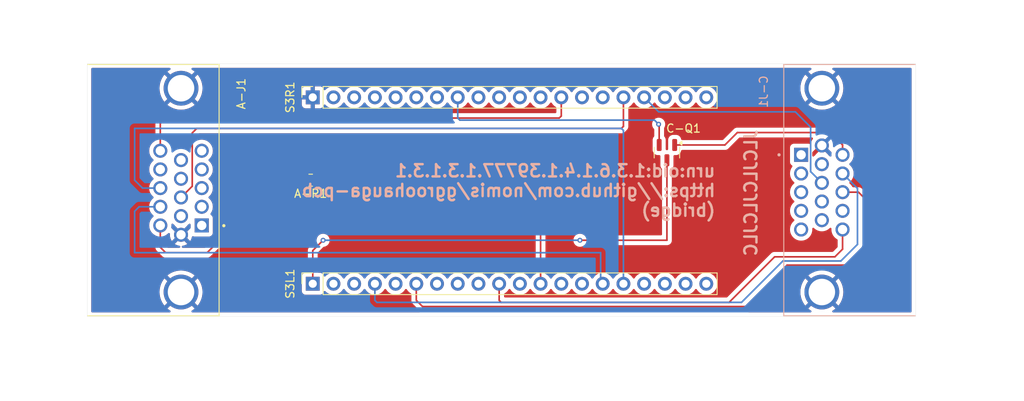
<source format=kicad_pcb>
(kicad_pcb (version 20240108) (generator "pcbnew") (generator_version "8.0")
  (layers (0 "F.Cu" signal) (31 "B.Cu" signal) (34 "B.Paste" user) (35 "F.Paste" user) (36 "B.SilkS" user "B.Silkscreen") (37 "F.SilkS" user "F.Silkscreen") (38 "B.Mask" user) (39 "F.Mask" user) (44 "Edge.Cuts" user))
  (net 0 "")
  (net 3 "/GPIO_L14_C48_M33{slash}AMP_DETECT")
  (net 4 "/GPIO_L48_C35_M36{slash}CON_ANNOUNCE")
  (net 5 "/AMP_POWER_IN")
  (net 6 "/GPIO_L10_C10_M14{slash}AMP_RX")
  (net 7 "/GPIO_L9_C9_M13{slash}AMP_TX")
  (net 10 "GND")
  (net 16 "/GPIO_L8_C8_M10{slash}AMP_POWER_IN")
  (net 17 "/GPIO_L6_C6_M4{slash}CON_TX")
  (net 18 "/GPIO_L4_C4_M2{slash}CON_RX")
  (net 19 "/GPIO_L13_C47_M26{slash}AMP_ANNOUNCE")
  (net 20 "/GPIO_L17_C17_M8{slash}CON_DETECT")
  (net 21 "+3.3V")
  (net 22 "/GPIO_L40_C40_M41{slash}CON_POWER_OUT")
  (net 50 "unconnected-(C-J1-Pad9)")
  (net 55 "/CON_POWER_OUT")
  (footprint "Connector_PinSocket_2.54mm:PinSocket_1x20_P2.54mm_Vertical" (layer "F.Cu") (at 81.534 54.61 90)
    (property "Reference" "S3R1" (at 0 -2.77 90) (layer "F.SilkS"))
    (property "Value" "Conn_01x20_Socket")
    (fp_line (start 1.33 -1.33) (end 1.33 0) (stroke (width 0.12)) (layer "F.SilkS"))
    (fp_line (start 0 -1.33) (end 1.33 -1.33) (stroke (width 0.12)) (layer "F.SilkS"))
    (fp_line (start 1.33 1.27) (end 1.33 49.59) (stroke (width 0.12)) (layer "F.SilkS"))
    (fp_line (start -1.33 1.27) (end 1.33 1.27) (stroke (width 0.12)) (layer "F.SilkS"))
    (fp_line (start -1.33 1.27) (end -1.33 49.59) (stroke (width 0.12)) (layer "F.SilkS"))
    (fp_line (start -1.33 49.59) (end 1.33 49.59) (stroke (width 0.12)) (layer "F.SilkS"))
    (pad "1" thru_hole rect (at 0 0 90) (size 1.7 1.7) (drill 1) (layers "*.Cu" "*.Mask" "In1.Cu" "In2.Cu" "In3.Cu" "In4.Cu" "In5.Cu" "In6.Cu" "In7.Cu" "In8.Cu" "In9.Cu" "In10.Cu" "In11.Cu" "In12.Cu" "In13.Cu" "In14.Cu" "In15.Cu" "In16.Cu" "In17.Cu" "In18.Cu" "In19.Cu" "In20.Cu" "In21.Cu" "In22.Cu" "In23.Cu" "In24.Cu" "In25.Cu" "In26.Cu" "In27.Cu" "In28.Cu" "In29.Cu" "In30.Cu") (net 10 "GND"))
    (pad "2" thru_hole oval (at 0 2.54 90) (size 1.7 1.7) (drill 1) (layers "*.Cu" "*.Mask" "In1.Cu" "In2.Cu" "In3.Cu" "In4.Cu" "In5.Cu" "In6.Cu" "In7.Cu" "In8.Cu" "In9.Cu" "In10.Cu" "In11.Cu" "In12.Cu" "In13.Cu" "In14.Cu" "In15.Cu" "In16.Cu" "In17.Cu" "In18.Cu" "In19.Cu" "In20.Cu" "In21.Cu" "In22.Cu" "In23.Cu" "In24.Cu" "In25.Cu" "In26.Cu" "In27.Cu" "In28.Cu" "In29.Cu" "In30.Cu"))
    (pad "3" thru_hole oval (at 0 5.08 90) (size 1.7 1.7) (drill 1) (layers "*.Cu" "*.Mask" "In1.Cu" "In2.Cu" "In3.Cu" "In4.Cu" "In5.Cu" "In6.Cu" "In7.Cu" "In8.Cu" "In9.Cu" "In10.Cu" "In11.Cu" "In12.Cu" "In13.Cu" "In14.Cu" "In15.Cu" "In16.Cu" "In17.Cu" "In18.Cu" "In19.Cu" "In20.Cu" "In21.Cu" "In22.Cu" "In23.Cu" "In24.Cu" "In25.Cu" "In26.Cu" "In27.Cu" "In28.Cu" "In29.Cu" "In30.Cu"))
    (pad "4" thru_hole oval (at 0 7.62 90) (size 1.7 1.7) (drill 1) (layers "*.Cu" "*.Mask" "In1.Cu" "In2.Cu" "In3.Cu" "In4.Cu" "In5.Cu" "In6.Cu" "In7.Cu" "In8.Cu" "In9.Cu" "In10.Cu" "In11.Cu" "In12.Cu" "In13.Cu" "In14.Cu" "In15.Cu" "In16.Cu" "In17.Cu" "In18.Cu" "In19.Cu" "In20.Cu" "In21.Cu" "In22.Cu" "In23.Cu" "In24.Cu" "In25.Cu" "In26.Cu" "In27.Cu" "In28.Cu" "In29.Cu" "In30.Cu"))
    (pad "5" thru_hole oval (at 0 10.16 90) (size 1.7 1.7) (drill 1) (layers "*.Cu" "*.Mask" "In1.Cu" "In2.Cu" "In3.Cu" "In4.Cu" "In5.Cu" "In6.Cu" "In7.Cu" "In8.Cu" "In9.Cu" "In10.Cu" "In11.Cu" "In12.Cu" "In13.Cu" "In14.Cu" "In15.Cu" "In16.Cu" "In17.Cu" "In18.Cu" "In19.Cu" "In20.Cu" "In21.Cu" "In22.Cu" "In23.Cu" "In24.Cu" "In25.Cu" "In26.Cu" "In27.Cu" "In28.Cu" "In29.Cu" "In30.Cu"))
    (pad "6" thru_hole oval (at 0 12.7 90) (size 1.7 1.7) (drill 1) (layers "*.Cu" "*.Mask" "In1.Cu" "In2.Cu" "In3.Cu" "In4.Cu" "In5.Cu" "In6.Cu" "In7.Cu" "In8.Cu" "In9.Cu" "In10.Cu" "In11.Cu" "In12.Cu" "In13.Cu" "In14.Cu" "In15.Cu" "In16.Cu" "In17.Cu" "In18.Cu" "In19.Cu" "In20.Cu" "In21.Cu" "In22.Cu" "In23.Cu" "In24.Cu" "In25.Cu" "In26.Cu" "In27.Cu" "In28.Cu" "In29.Cu" "In30.Cu"))
    (pad "7" thru_hole oval (at 0 15.24 90) (size 1.7 1.7) (drill 1) (layers "*.Cu" "*.Mask" "In1.Cu" "In2.Cu" "In3.Cu" "In4.Cu" "In5.Cu" "In6.Cu" "In7.Cu" "In8.Cu" "In9.Cu" "In10.Cu" "In11.Cu" "In12.Cu" "In13.Cu" "In14.Cu" "In15.Cu" "In16.Cu" "In17.Cu" "In18.Cu" "In19.Cu" "In20.Cu" "In21.Cu" "In22.Cu" "In23.Cu" "In24.Cu" "In25.Cu" "In26.Cu" "In27.Cu" "In28.Cu" "In29.Cu" "In30.Cu"))
    (pad "8" thru_hole oval (at 0 17.78 90) (size 1.7 1.7) (drill 1) (layers "*.Cu" "*.Mask" "In1.Cu" "In2.Cu" "In3.Cu" "In4.Cu" "In5.Cu" "In6.Cu" "In7.Cu" "In8.Cu" "In9.Cu" "In10.Cu" "In11.Cu" "In12.Cu" "In13.Cu" "In14.Cu" "In15.Cu" "In16.Cu" "In17.Cu" "In18.Cu" "In19.Cu" "In20.Cu" "In21.Cu" "In22.Cu" "In23.Cu" "In24.Cu" "In25.Cu" "In26.Cu" "In27.Cu" "In28.Cu" "In29.Cu" "In30.Cu") (net 22 "/GPIO_L40_C40_M41{slash}CON_POWER_OUT"))
    (pad "9" thru_hole oval (at 0 20.32 90) (size 1.7 1.7) (drill 1) (layers "*.Cu" "*.Mask" "In1.Cu" "In2.Cu" "In3.Cu" "In4.Cu" "In5.Cu" "In6.Cu" "In7.Cu" "In8.Cu" "In9.Cu" "In10.Cu" "In11.Cu" "In12.Cu" "In13.Cu" "In14.Cu" "In15.Cu" "In16.Cu" "In17.Cu" "In18.Cu" "In19.Cu" "In20.Cu" "In21.Cu" "In22.Cu" "In23.Cu" "In24.Cu" "In25.Cu" "In26.Cu" "In27.Cu" "In28.Cu" "In29.Cu" "In30.Cu"))
    (pad "10" thru_hole oval (at 0 22.86 90) (size 1.7 1.7) (drill 1) (layers "*.Cu" "*.Mask" "In1.Cu" "In2.Cu" "In3.Cu" "In4.Cu" "In5.Cu" "In6.Cu" "In7.Cu" "In8.Cu" "In9.Cu" "In10.Cu" "In11.Cu" "In12.Cu" "In13.Cu" "In14.Cu" "In15.Cu" "In16.Cu" "In17.Cu" "In18.Cu" "In19.Cu" "In20.Cu" "In21.Cu" "In22.Cu" "In23.Cu" "In24.Cu" "In25.Cu" "In26.Cu" "In27.Cu" "In28.Cu" "In29.Cu" "In30.Cu"))
    (pad "11" thru_hole oval (at 0 25.4 90) (size 1.7 1.7) (drill 1) (layers "*.Cu" "*.Mask" "In1.Cu" "In2.Cu" "In3.Cu" "In4.Cu" "In5.Cu" "In6.Cu" "In7.Cu" "In8.Cu" "In9.Cu" "In10.Cu" "In11.Cu" "In12.Cu" "In13.Cu" "In14.Cu" "In15.Cu" "In16.Cu" "In17.Cu" "In18.Cu" "In19.Cu" "In20.Cu" "In21.Cu" "In22.Cu" "In23.Cu" "In24.Cu" "In25.Cu" "In26.Cu" "In27.Cu" "In28.Cu" "In29.Cu" "In30.Cu"))
    (pad "12" thru_hole oval (at 0 27.94 90) (size 1.7 1.7) (drill 1) (layers "*.Cu" "*.Mask" "In1.Cu" "In2.Cu" "In3.Cu" "In4.Cu" "In5.Cu" "In6.Cu" "In7.Cu" "In8.Cu" "In9.Cu" "In10.Cu" "In11.Cu" "In12.Cu" "In13.Cu" "In14.Cu" "In15.Cu" "In16.Cu" "In17.Cu" "In18.Cu" "In19.Cu" "In20.Cu" "In21.Cu" "In22.Cu" "In23.Cu" "In24.Cu" "In25.Cu" "In26.Cu" "In27.Cu" "In28.Cu" "In29.Cu" "In30.Cu"))
    (pad "13" thru_hole oval (at 0 30.48 90) (size 1.7 1.7) (drill 1) (layers "*.Cu" "*.Mask" "In1.Cu" "In2.Cu" "In3.Cu" "In4.Cu" "In5.Cu" "In6.Cu" "In7.Cu" "In8.Cu" "In9.Cu" "In10.Cu" "In11.Cu" "In12.Cu" "In13.Cu" "In14.Cu" "In15.Cu" "In16.Cu" "In17.Cu" "In18.Cu" "In19.Cu" "In20.Cu" "In21.Cu" "In22.Cu" "In23.Cu" "In24.Cu" "In25.Cu" "In26.Cu" "In27.Cu" "In28.Cu" "In29.Cu" "In30.Cu") (net 4 "/GPIO_L48_C35_M36{slash}CON_ANNOUNCE"))
    (pad "14" thru_hole oval (at 0 33.02 90) (size 1.7 1.7) (drill 1) (layers "*.Cu" "*.Mask" "In1.Cu" "In2.Cu" "In3.Cu" "In4.Cu" "In5.Cu" "In6.Cu" "In7.Cu" "In8.Cu" "In9.Cu" "In10.Cu" "In11.Cu" "In12.Cu" "In13.Cu" "In14.Cu" "In15.Cu" "In16.Cu" "In17.Cu" "In18.Cu" "In19.Cu" "In20.Cu" "In21.Cu" "In22.Cu" "In23.Cu" "In24.Cu" "In25.Cu" "In26.Cu" "In27.Cu" "In28.Cu" "In29.Cu" "In30.Cu"))
    (pad "15" thru_hole oval (at 0 35.56 90) (size 1.7 1.7) (drill 1) (layers "*.Cu" "*.Mask" "In1.Cu" "In2.Cu" "In3.Cu" "In4.Cu" "In5.Cu" "In6.Cu" "In7.Cu" "In8.Cu" "In9.Cu" "In10.Cu" "In11.Cu" "In12.Cu" "In13.Cu" "In14.Cu" "In15.Cu" "In16.Cu" "In17.Cu" "In18.Cu" "In19.Cu" "In20.Cu" "In21.Cu" "In22.Cu" "In23.Cu" "In24.Cu" "In25.Cu" "In26.Cu" "In27.Cu" "In28.Cu" "In29.Cu" "In30.Cu"))
    (pad "16" thru_hole oval (at 0 38.1 90) (size 1.7 1.7) (drill 1) (layers "*.Cu" "*.Mask" "In1.Cu" "In2.Cu" "In3.Cu" "In4.Cu" "In5.Cu" "In6.Cu" "In7.Cu" "In8.Cu" "In9.Cu" "In10.Cu" "In11.Cu" "In12.Cu" "In13.Cu" "In14.Cu" "In15.Cu" "In16.Cu" "In17.Cu" "In18.Cu" "In19.Cu" "In20.Cu" "In21.Cu" "In22.Cu" "In23.Cu" "In24.Cu" "In25.Cu" "In26.Cu" "In27.Cu" "In28.Cu" "In29.Cu" "In30.Cu") (net 3 "/GPIO_L14_C48_M33{slash}AMP_DETECT"))
    (pad "17" thru_hole oval (at 0 40.64 90) (size 1.7 1.7) (drill 1) (layers "*.Cu" "*.Mask" "In1.Cu" "In2.Cu" "In3.Cu" "In4.Cu" "In5.Cu" "In6.Cu" "In7.Cu" "In8.Cu" "In9.Cu" "In10.Cu" "In11.Cu" "In12.Cu" "In13.Cu" "In14.Cu" "In15.Cu" "In16.Cu" "In17.Cu" "In18.Cu" "In19.Cu" "In20.Cu" "In21.Cu" "In22.Cu" "In23.Cu" "In24.Cu" "In25.Cu" "In26.Cu" "In27.Cu" "In28.Cu" "In29.Cu" "In30.Cu") (net 19 "/GPIO_L13_C47_M26{slash}AMP_ANNOUNCE"))
    (pad "18" thru_hole oval (at 0 43.18 90) (size 1.7 1.7) (drill 1) (layers "*.Cu" "*.Mask" "In1.Cu" "In2.Cu" "In3.Cu" "In4.Cu" "In5.Cu" "In6.Cu" "In7.Cu" "In8.Cu" "In9.Cu" "In10.Cu" "In11.Cu" "In12.Cu" "In13.Cu" "In14.Cu" "In15.Cu" "In16.Cu" "In17.Cu" "In18.Cu" "In19.Cu" "In20.Cu" "In21.Cu" "In22.Cu" "In23.Cu" "In24.Cu" "In25.Cu" "In26.Cu" "In27.Cu" "In28.Cu" "In29.Cu" "In30.Cu"))
    (pad "19" thru_hole oval (at 0 45.72 90) (size 1.7 1.7) (drill 1) (layers "*.Cu" "*.Mask" "In1.Cu" "In2.Cu" "In3.Cu" "In4.Cu" "In5.Cu" "In6.Cu" "In7.Cu" "In8.Cu" "In9.Cu" "In10.Cu" "In11.Cu" "In12.Cu" "In13.Cu" "In14.Cu" "In15.Cu" "In16.Cu" "In17.Cu" "In18.Cu" "In19.Cu" "In20.Cu" "In21.Cu" "In22.Cu" "In23.Cu" "In24.Cu" "In25.Cu" "In26.Cu" "In27.Cu" "In28.Cu" "In29.Cu" "In30.Cu"))
    (pad "20" thru_hole oval (at 0 48.26 90) (size 1.7 1.7) (drill 1) (layers "*.Cu" "*.Mask" "In1.Cu" "In2.Cu" "In3.Cu" "In4.Cu" "In5.Cu" "In6.Cu" "In7.Cu" "In8.Cu" "In9.Cu" "In10.Cu" "In11.Cu" "In12.Cu" "In13.Cu" "In14.Cu" "In15.Cu" "In16.Cu" "In17.Cu" "In18.Cu" "In19.Cu" "In20.Cu" "In21.Cu" "In22.Cu" "In23.Cu" "In24.Cu" "In25.Cu" "In26.Cu" "In27.Cu" "In28.Cu" "In29.Cu" "In30.Cu"))
  )
  (footprint "Package_TO_SOT_SMD:SOT-23" (layer "F.Cu") (at 124.968 61.3895 -90)
    (property "Reference" "C-Q1" (at -2.9695 -2.032 180) (layer "F.SilkS"))
    (property "Value" "DMP2004K")
    (fp_line (start 0 1.56) (end -0.65 1.56) (stroke (width 0.12)) (layer "F.SilkS"))
    (fp_line (start 0 1.56) (end 0.65 1.56) (stroke (width 0.12)) (layer "F.SilkS"))
    (fp_line (start 0 -1.56) (end -0.65 -1.56) (stroke (width 0.12)) (layer "F.SilkS"))
    (fp_line (start 0 -1.56) (end 0.65 -1.56) (stroke (width 0.12)) (layer "F.SilkS"))
    (fp_poly (pts (xy -1.1625 -1.51) (xy -1.4025 -1.84) (xy -0.9225 -1.84) (xy -1.1625 -1.51)) (stroke (width 0.12)) (fill solid) (layer "F.SilkS"))
    (pad "1" smd roundrect (at -0.9375 -0.95 270) (size 1.475 0.6) (layers "F.Cu" "F.Paste" "F.Mask") (net 55 "/CON_POWER_OUT"))
    (pad "2" smd roundrect (at -0.9375 0.95 270) (size 1.475 0.6) (layers "F.Cu" "F.Paste" "F.Mask") (net 22 "/GPIO_L40_C40_M41{slash}CON_POWER_OUT"))
    (pad "3" smd roundrect (at 0.9375 0 270) (size 1.475 0.6) (layers "F.Cu" "F.Paste" "F.Mask") (net 21 "+3.3V"))
  )
  (footprint "Connector_PinSocket_2.54mm:PinSocket_1x20_P2.54mm_Vertical" (layer "F.Cu") (at 81.534 77.47 90)
    (property "Reference" "S3L1" (at 0 -2.77 90) (layer "F.SilkS"))
    (property "Value" "Conn_01x20_Socket")
    (fp_line (start 1.33 -1.33) (end 1.33 0) (stroke (width 0.12)) (layer "F.SilkS"))
    (fp_line (start 0 -1.33) (end 1.33 -1.33) (stroke (width 0.12)) (layer "F.SilkS"))
    (fp_line (start 1.33 1.27) (end 1.33 49.59) (stroke (width 0.12)) (layer "F.SilkS"))
    (fp_line (start -1.33 1.27) (end 1.33 1.27) (stroke (width 0.12)) (layer "F.SilkS"))
    (fp_line (start -1.33 1.27) (end -1.33 49.59) (stroke (width 0.12)) (layer "F.SilkS"))
    (fp_line (start -1.33 49.59) (end 1.33 49.59) (stroke (width 0.12)) (layer "F.SilkS"))
    (pad "1" thru_hole rect (at 0 0 90) (size 1.7 1.7) (drill 1) (layers "*.Cu" "*.Mask" "In1.Cu" "In2.Cu" "In3.Cu" "In4.Cu" "In5.Cu" "In6.Cu" "In7.Cu" "In8.Cu" "In9.Cu" "In10.Cu" "In11.Cu" "In12.Cu" "In13.Cu" "In14.Cu" "In15.Cu" "In16.Cu" "In17.Cu" "In18.Cu" "In19.Cu" "In20.Cu" "In21.Cu" "In22.Cu" "In23.Cu" "In24.Cu" "In25.Cu" "In26.Cu" "In27.Cu" "In28.Cu" "In29.Cu" "In30.Cu") (net 21 "+3.3V"))
    (pad "2" thru_hole oval (at 0 2.54 90) (size 1.7 1.7) (drill 1) (layers "*.Cu" "*.Mask" "In1.Cu" "In2.Cu" "In3.Cu" "In4.Cu" "In5.Cu" "In6.Cu" "In7.Cu" "In8.Cu" "In9.Cu" "In10.Cu" "In11.Cu" "In12.Cu" "In13.Cu" "In14.Cu" "In15.Cu" "In16.Cu" "In17.Cu" "In18.Cu" "In19.Cu" "In20.Cu" "In21.Cu" "In22.Cu" "In23.Cu" "In24.Cu" "In25.Cu" "In26.Cu" "In27.Cu" "In28.Cu" "In29.Cu" "In30.Cu"))
    (pad "3" thru_hole oval (at 0 5.08 90) (size 1.7 1.7) (drill 1) (layers "*.Cu" "*.Mask" "In1.Cu" "In2.Cu" "In3.Cu" "In4.Cu" "In5.Cu" "In6.Cu" "In7.Cu" "In8.Cu" "In9.Cu" "In10.Cu" "In11.Cu" "In12.Cu" "In13.Cu" "In14.Cu" "In15.Cu" "In16.Cu" "In17.Cu" "In18.Cu" "In19.Cu" "In20.Cu" "In21.Cu" "In22.Cu" "In23.Cu" "In24.Cu" "In25.Cu" "In26.Cu" "In27.Cu" "In28.Cu" "In29.Cu" "In30.Cu"))
    (pad "4" thru_hole oval (at 0 7.62 90) (size 1.7 1.7) (drill 1) (layers "*.Cu" "*.Mask" "In1.Cu" "In2.Cu" "In3.Cu" "In4.Cu" "In5.Cu" "In6.Cu" "In7.Cu" "In8.Cu" "In9.Cu" "In10.Cu" "In11.Cu" "In12.Cu" "In13.Cu" "In14.Cu" "In15.Cu" "In16.Cu" "In17.Cu" "In18.Cu" "In19.Cu" "In20.Cu" "In21.Cu" "In22.Cu" "In23.Cu" "In24.Cu" "In25.Cu" "In26.Cu" "In27.Cu" "In28.Cu" "In29.Cu" "In30.Cu") (net 18 "/GPIO_L4_C4_M2{slash}CON_RX"))
    (pad "5" thru_hole oval (at 0 10.16 90) (size 1.7 1.7) (drill 1) (layers "*.Cu" "*.Mask" "In1.Cu" "In2.Cu" "In3.Cu" "In4.Cu" "In5.Cu" "In6.Cu" "In7.Cu" "In8.Cu" "In9.Cu" "In10.Cu" "In11.Cu" "In12.Cu" "In13.Cu" "In14.Cu" "In15.Cu" "In16.Cu" "In17.Cu" "In18.Cu" "In19.Cu" "In20.Cu" "In21.Cu" "In22.Cu" "In23.Cu" "In24.Cu" "In25.Cu" "In26.Cu" "In27.Cu" "In28.Cu" "In29.Cu" "In30.Cu"))
    (pad "6" thru_hole oval (at 0 12.7 90) (size 1.7 1.7) (drill 1) (layers "*.Cu" "*.Mask" "In1.Cu" "In2.Cu" "In3.Cu" "In4.Cu" "In5.Cu" "In6.Cu" "In7.Cu" "In8.Cu" "In9.Cu" "In10.Cu" "In11.Cu" "In12.Cu" "In13.Cu" "In14.Cu" "In15.Cu" "In16.Cu" "In17.Cu" "In18.Cu" "In19.Cu" "In20.Cu" "In21.Cu" "In22.Cu" "In23.Cu" "In24.Cu" "In25.Cu" "In26.Cu" "In27.Cu" "In28.Cu" "In29.Cu" "In30.Cu") (net 17 "/GPIO_L6_C6_M4{slash}CON_TX"))
    (pad "7" thru_hole oval (at 0 15.24 90) (size 1.7 1.7) (drill 1) (layers "*.Cu" "*.Mask" "In1.Cu" "In2.Cu" "In3.Cu" "In4.Cu" "In5.Cu" "In6.Cu" "In7.Cu" "In8.Cu" "In9.Cu" "In10.Cu" "In11.Cu" "In12.Cu" "In13.Cu" "In14.Cu" "In15.Cu" "In16.Cu" "In17.Cu" "In18.Cu" "In19.Cu" "In20.Cu" "In21.Cu" "In22.Cu" "In23.Cu" "In24.Cu" "In25.Cu" "In26.Cu" "In27.Cu" "In28.Cu" "In29.Cu" "In30.Cu"))
    (pad "8" thru_hole oval (at 0 17.78 90) (size 1.7 1.7) (drill 1) (layers "*.Cu" "*.Mask" "In1.Cu" "In2.Cu" "In3.Cu" "In4.Cu" "In5.Cu" "In6.Cu" "In7.Cu" "In8.Cu" "In9.Cu" "In10.Cu" "In11.Cu" "In12.Cu" "In13.Cu" "In14.Cu" "In15.Cu" "In16.Cu" "In17.Cu" "In18.Cu" "In19.Cu" "In20.Cu" "In21.Cu" "In22.Cu" "In23.Cu" "In24.Cu" "In25.Cu" "In26.Cu" "In27.Cu" "In28.Cu" "In29.Cu" "In30.Cu"))
    (pad "9" thru_hole oval (at 0 20.32 90) (size 1.7 1.7) (drill 1) (layers "*.Cu" "*.Mask" "In1.Cu" "In2.Cu" "In3.Cu" "In4.Cu" "In5.Cu" "In6.Cu" "In7.Cu" "In8.Cu" "In9.Cu" "In10.Cu" "In11.Cu" "In12.Cu" "In13.Cu" "In14.Cu" "In15.Cu" "In16.Cu" "In17.Cu" "In18.Cu" "In19.Cu" "In20.Cu" "In21.Cu" "In22.Cu" "In23.Cu" "In24.Cu" "In25.Cu" "In26.Cu" "In27.Cu" "In28.Cu" "In29.Cu" "In30.Cu"))
    (pad "10" thru_hole oval (at 0 22.86 90) (size 1.7 1.7) (drill 1) (layers "*.Cu" "*.Mask" "In1.Cu" "In2.Cu" "In3.Cu" "In4.Cu" "In5.Cu" "In6.Cu" "In7.Cu" "In8.Cu" "In9.Cu" "In10.Cu" "In11.Cu" "In12.Cu" "In13.Cu" "In14.Cu" "In15.Cu" "In16.Cu" "In17.Cu" "In18.Cu" "In19.Cu" "In20.Cu" "In21.Cu" "In22.Cu" "In23.Cu" "In24.Cu" "In25.Cu" "In26.Cu" "In27.Cu" "In28.Cu" "In29.Cu" "In30.Cu") (net 20 "/GPIO_L17_C17_M8{slash}CON_DETECT"))
    (pad "11" thru_hole oval (at 0 25.4 90) (size 1.7 1.7) (drill 1) (layers "*.Cu" "*.Mask" "In1.Cu" "In2.Cu" "In3.Cu" "In4.Cu" "In5.Cu" "In6.Cu" "In7.Cu" "In8.Cu" "In9.Cu" "In10.Cu" "In11.Cu" "In12.Cu" "In13.Cu" "In14.Cu" "In15.Cu" "In16.Cu" "In17.Cu" "In18.Cu" "In19.Cu" "In20.Cu" "In21.Cu" "In22.Cu" "In23.Cu" "In24.Cu" "In25.Cu" "In26.Cu" "In27.Cu" "In28.Cu" "In29.Cu" "In30.Cu"))
    (pad "12" thru_hole oval (at 0 27.94 90) (size 1.7 1.7) (drill 1) (layers "*.Cu" "*.Mask" "In1.Cu" "In2.Cu" "In3.Cu" "In4.Cu" "In5.Cu" "In6.Cu" "In7.Cu" "In8.Cu" "In9.Cu" "In10.Cu" "In11.Cu" "In12.Cu" "In13.Cu" "In14.Cu" "In15.Cu" "In16.Cu" "In17.Cu" "In18.Cu" "In19.Cu" "In20.Cu" "In21.Cu" "In22.Cu" "In23.Cu" "In24.Cu" "In25.Cu" "In26.Cu" "In27.Cu" "In28.Cu" "In29.Cu" "In30.Cu") (net 16 "/GPIO_L8_C8_M10{slash}AMP_POWER_IN"))
    (pad "13" thru_hole oval (at 0 30.48 90) (size 1.7 1.7) (drill 1) (layers "*.Cu" "*.Mask" "In1.Cu" "In2.Cu" "In3.Cu" "In4.Cu" "In5.Cu" "In6.Cu" "In7.Cu" "In8.Cu" "In9.Cu" "In10.Cu" "In11.Cu" "In12.Cu" "In13.Cu" "In14.Cu" "In15.Cu" "In16.Cu" "In17.Cu" "In18.Cu" "In19.Cu" "In20.Cu" "In21.Cu" "In22.Cu" "In23.Cu" "In24.Cu" "In25.Cu" "In26.Cu" "In27.Cu" "In28.Cu" "In29.Cu" "In30.Cu"))
    (pad "14" thru_hole oval (at 0 33.02 90) (size 1.7 1.7) (drill 1) (layers "*.Cu" "*.Mask" "In1.Cu" "In2.Cu" "In3.Cu" "In4.Cu" "In5.Cu" "In6.Cu" "In7.Cu" "In8.Cu" "In9.Cu" "In10.Cu" "In11.Cu" "In12.Cu" "In13.Cu" "In14.Cu" "In15.Cu" "In16.Cu" "In17.Cu" "In18.Cu" "In19.Cu" "In20.Cu" "In21.Cu" "In22.Cu" "In23.Cu" "In24.Cu" "In25.Cu" "In26.Cu" "In27.Cu" "In28.Cu" "In29.Cu" "In30.Cu"))
    (pad "15" thru_hole oval (at 0 35.56 90) (size 1.7 1.7) (drill 1) (layers "*.Cu" "*.Mask" "In1.Cu" "In2.Cu" "In3.Cu" "In4.Cu" "In5.Cu" "In6.Cu" "In7.Cu" "In8.Cu" "In9.Cu" "In10.Cu" "In11.Cu" "In12.Cu" "In13.Cu" "In14.Cu" "In15.Cu" "In16.Cu" "In17.Cu" "In18.Cu" "In19.Cu" "In20.Cu" "In21.Cu" "In22.Cu" "In23.Cu" "In24.Cu" "In25.Cu" "In26.Cu" "In27.Cu" "In28.Cu" "In29.Cu" "In30.Cu") (net 7 "/GPIO_L9_C9_M13{slash}AMP_TX"))
    (pad "16" thru_hole oval (at 0 38.1 90) (size 1.7 1.7) (drill 1) (layers "*.Cu" "*.Mask" "In1.Cu" "In2.Cu" "In3.Cu" "In4.Cu" "In5.Cu" "In6.Cu" "In7.Cu" "In8.Cu" "In9.Cu" "In10.Cu" "In11.Cu" "In12.Cu" "In13.Cu" "In14.Cu" "In15.Cu" "In16.Cu" "In17.Cu" "In18.Cu" "In19.Cu" "In20.Cu" "In21.Cu" "In22.Cu" "In23.Cu" "In24.Cu" "In25.Cu" "In26.Cu" "In27.Cu" "In28.Cu" "In29.Cu" "In30.Cu") (net 6 "/GPIO_L10_C10_M14{slash}AMP_RX"))
    (pad "17" thru_hole oval (at 0 40.64 90) (size 1.7 1.7) (drill 1) (layers "*.Cu" "*.Mask" "In1.Cu" "In2.Cu" "In3.Cu" "In4.Cu" "In5.Cu" "In6.Cu" "In7.Cu" "In8.Cu" "In9.Cu" "In10.Cu" "In11.Cu" "In12.Cu" "In13.Cu" "In14.Cu" "In15.Cu" "In16.Cu" "In17.Cu" "In18.Cu" "In19.Cu" "In20.Cu" "In21.Cu" "In22.Cu" "In23.Cu" "In24.Cu" "In25.Cu" "In26.Cu" "In27.Cu" "In28.Cu" "In29.Cu" "In30.Cu"))
    (pad "18" thru_hole oval (at 0 43.18 90) (size 1.7 1.7) (drill 1) (layers "*.Cu" "*.Mask" "In1.Cu" "In2.Cu" "In3.Cu" "In4.Cu" "In5.Cu" "In6.Cu" "In7.Cu" "In8.Cu" "In9.Cu" "In10.Cu" "In11.Cu" "In12.Cu" "In13.Cu" "In14.Cu" "In15.Cu" "In16.Cu" "In17.Cu" "In18.Cu" "In19.Cu" "In20.Cu" "In21.Cu" "In22.Cu" "In23.Cu" "In24.Cu" "In25.Cu" "In26.Cu" "In27.Cu" "In28.Cu" "In29.Cu" "In30.Cu"))
    (pad "19" thru_hole oval (at 0 45.72 90) (size 1.7 1.7) (drill 1) (layers "*.Cu" "*.Mask" "In1.Cu" "In2.Cu" "In3.Cu" "In4.Cu" "In5.Cu" "In6.Cu" "In7.Cu" "In8.Cu" "In9.Cu" "In10.Cu" "In11.Cu" "In12.Cu" "In13.Cu" "In14.Cu" "In15.Cu" "In16.Cu" "In17.Cu" "In18.Cu" "In19.Cu" "In20.Cu" "In21.Cu" "In22.Cu" "In23.Cu" "In24.Cu" "In25.Cu" "In26.Cu" "In27.Cu" "In28.Cu" "In29.Cu" "In30.Cu"))
    (pad "20" thru_hole oval (at 0 48.26 90) (size 1.7 1.7) (drill 1) (layers "*.Cu" "*.Mask" "In1.Cu" "In2.Cu" "In3.Cu" "In4.Cu" "In5.Cu" "In6.Cu" "In7.Cu" "In8.Cu" "In9.Cu" "In10.Cu" "In11.Cu" "In12.Cu" "In13.Cu" "In14.Cu" "In15.Cu" "In16.Cu" "In17.Cu" "In18.Cu" "In19.Cu" "In20.Cu" "In21.Cu" "In22.Cu" "In23.Cu" "In24.Cu" "In25.Cu" "In26.Cu" "In27.Cu" "In28.Cu" "In29.Cu" "In30.Cu"))
  )
  (footprint "Resistor_SMD:R_0805_2012Metric_Pad1.20x1.40mm_HandSolder" (layer "F.Cu") (at 81.28 64.77 180)
    (property "Reference" "A-R1" (at 0 -1.65 0) (layer "F.SilkS"))
    (property "Value" "1kΩ")
    (fp_line (start -0.227064 0.735) (end 0.227064 0.735) (stroke (width 0.12)) (layer "F.SilkS"))
    (fp_line (start -0.227064 -0.735) (end 0.227064 -0.735) (stroke (width 0.12)) (layer "F.SilkS"))
    (pad "1" smd roundrect (at -1 0 180) (size 1.2 1.4) (layers "F.Cu" "F.Paste" "F.Mask") (roundrect_rratio 0.208333) (net 16 "/GPIO_L8_C8_M10{slash}AMP_POWER_IN"))
    (pad "2" smd roundrect (at 1 0 180) (size 1.2 1.4) (layers "F.Cu" "F.Paste" "F.Mask") (roundrect_rratio 0.208333) (net 5 "/AMP_POWER_IN"))
  )
  (footprint "Amphenol:AMPHENOL_L77HDE15SD1CH4R" (layer "F.Cu") (at 65.3796 65.9892 -90)
    (property "Reference" "A-J1" (at -11.825 -7.385 90) (layer "F.SilkS"))
    (property "Value" "DE15_Receptacle_HighDensity_MountingHoles")
    (fp_line (start -15.405 11.43) (end -15.405 -4.67) (stroke (width 0.127)) (layer "F.SilkS"))
    (fp_line (start -15.405 -4.67) (end 15.405 -4.67) (stroke (width 0.127)) (layer "F.SilkS"))
    (fp_line (start 15.405 -4.67) (end 15.405 11.43) (stroke (width 0.127)) (layer "F.SilkS"))
    (fp_circle (center 4.36 -5.25) (end 4.46 -5.25) (stroke (width 0.2)) (fill none) (layer "F.SilkS"))
    (pad "1" thru_hole rect (at 4.33 -2.54 270) (size 1.725 1.725) (drill 1.15) (layers "*.Cu" "*.Mask" "In1.Cu" "In2.Cu" "In3.Cu" "In4.Cu" "In5.Cu" "In6.Cu" "In7.Cu" "In8.Cu" "In9.Cu" "In10.Cu" "In11.Cu" "In12.Cu" "In13.Cu" "In14.Cu" "In15.Cu" "In16.Cu" "In17.Cu" "In18.Cu" "In19.Cu" "In20.Cu" "In21.Cu" "In22.Cu" "In23.Cu" "In24.Cu" "In25.Cu" "In26.Cu" "In27.Cu" "In28.Cu" "In29.Cu" "In30.Cu"))
    (pad "2" thru_hole circle (at 2.04 -2.54 270) (size 1.725 1.725) (drill 1.15) (layers "*.Cu" "*.Mask" "In1.Cu" "In2.Cu" "In3.Cu" "In4.Cu" "In5.Cu" "In6.Cu" "In7.Cu" "In8.Cu" "In9.Cu" "In10.Cu" "In11.Cu" "In12.Cu" "In13.Cu" "In14.Cu" "In15.Cu" "In16.Cu" "In17.Cu" "In18.Cu" "In19.Cu" "In20.Cu" "In21.Cu" "In22.Cu" "In23.Cu" "In24.Cu" "In25.Cu" "In26.Cu" "In27.Cu" "In28.Cu" "In29.Cu" "In30.Cu"))
    (pad "3" thru_hole circle (at -0.25 -2.54 270) (size 1.725 1.725) (drill 1.15) (layers "*.Cu" "*.Mask" "In1.Cu" "In2.Cu" "In3.Cu" "In4.Cu" "In5.Cu" "In6.Cu" "In7.Cu" "In8.Cu" "In9.Cu" "In10.Cu" "In11.Cu" "In12.Cu" "In13.Cu" "In14.Cu" "In15.Cu" "In16.Cu" "In17.Cu" "In18.Cu" "In19.Cu" "In20.Cu" "In21.Cu" "In22.Cu" "In23.Cu" "In24.Cu" "In25.Cu" "In26.Cu" "In27.Cu" "In28.Cu" "In29.Cu" "In30.Cu"))
    (pad "4" thru_hole circle (at -2.54 -2.54 270) (size 1.725 1.725) (drill 1.15) (layers "*.Cu" "*.Mask" "In1.Cu" "In2.Cu" "In3.Cu" "In4.Cu" "In5.Cu" "In6.Cu" "In7.Cu" "In8.Cu" "In9.Cu" "In10.Cu" "In11.Cu" "In12.Cu" "In13.Cu" "In14.Cu" "In15.Cu" "In16.Cu" "In17.Cu" "In18.Cu" "In19.Cu" "In20.Cu" "In21.Cu" "In22.Cu" "In23.Cu" "In24.Cu" "In25.Cu" "In26.Cu" "In27.Cu" "In28.Cu" "In29.Cu" "In30.Cu"))
    (pad "5" thru_hole circle (at -4.83 -2.54 270) (size 1.725 1.725) (drill 1.15) (layers "*.Cu" "*.Mask" "In1.Cu" "In2.Cu" "In3.Cu" "In4.Cu" "In5.Cu" "In6.Cu" "In7.Cu" "In8.Cu" "In9.Cu" "In10.Cu" "In11.Cu" "In12.Cu" "In13.Cu" "In14.Cu" "In15.Cu" "In16.Cu" "In17.Cu" "In18.Cu" "In19.Cu" "In20.Cu" "In21.Cu" "In22.Cu" "In23.Cu" "In24.Cu" "In25.Cu" "In26.Cu" "In27.Cu" "In28.Cu" "In29.Cu" "In30.Cu"))
    (pad "6" thru_hole circle (at 5.475 0 270) (size 1.725 1.725) (drill 1.15) (layers "*.Cu" "*.Mask" "In1.Cu" "In2.Cu" "In3.Cu" "In4.Cu" "In5.Cu" "In6.Cu" "In7.Cu" "In8.Cu" "In9.Cu" "In10.Cu" "In11.Cu" "In12.Cu" "In13.Cu" "In14.Cu" "In15.Cu" "In16.Cu" "In17.Cu" "In18.Cu" "In19.Cu" "In20.Cu" "In21.Cu" "In22.Cu" "In23.Cu" "In24.Cu" "In25.Cu" "In26.Cu" "In27.Cu" "In28.Cu" "In29.Cu" "In30.Cu") (net 10 "GND"))
    (pad "7" thru_hole circle (at 3.185 0 270) (size 1.725 1.725) (drill 1.15) (layers "*.Cu" "*.Mask" "In1.Cu" "In2.Cu" "In3.Cu" "In4.Cu" "In5.Cu" "In6.Cu" "In7.Cu" "In8.Cu" "In9.Cu" "In10.Cu" "In11.Cu" "In12.Cu" "In13.Cu" "In14.Cu" "In15.Cu" "In16.Cu" "In17.Cu" "In18.Cu" "In19.Cu" "In20.Cu" "In21.Cu" "In22.Cu" "In23.Cu" "In24.Cu" "In25.Cu" "In26.Cu" "In27.Cu" "In28.Cu" "In29.Cu" "In30.Cu"))
    (pad "8" thru_hole circle (at 0.895 0 270) (size 1.725 1.725) (drill 1.15) (layers "*.Cu" "*.Mask" "In1.Cu" "In2.Cu" "In3.Cu" "In4.Cu" "In5.Cu" "In6.Cu" "In7.Cu" "In8.Cu" "In9.Cu" "In10.Cu" "In11.Cu" "In12.Cu" "In13.Cu" "In14.Cu" "In15.Cu" "In16.Cu" "In17.Cu" "In18.Cu" "In19.Cu" "In20.Cu" "In21.Cu" "In22.Cu" "In23.Cu" "In24.Cu" "In25.Cu" "In26.Cu" "In27.Cu" "In28.Cu" "In29.Cu" "In30.Cu") (net 3 "/GPIO_L14_C48_M33{slash}AMP_DETECT"))
    (pad "9" thru_hole circle (at -1.395 0 270) (size 1.725 1.725) (drill 1.15) (layers "*.Cu" "*.Mask" "In1.Cu" "In2.Cu" "In3.Cu" "In4.Cu" "In5.Cu" "In6.Cu" "In7.Cu" "In8.Cu" "In9.Cu" "In10.Cu" "In11.Cu" "In12.Cu" "In13.Cu" "In14.Cu" "In15.Cu" "In16.Cu" "In17.Cu" "In18.Cu" "In19.Cu" "In20.Cu" "In21.Cu" "In22.Cu" "In23.Cu" "In24.Cu" "In25.Cu" "In26.Cu" "In27.Cu" "In28.Cu" "In29.Cu" "In30.Cu"))
    (pad "10" thru_hole circle (at -3.685 0 270) (size 1.725 1.725) (drill 1.15) (layers "*.Cu" "*.Mask" "In1.Cu" "In2.Cu" "In3.Cu" "In4.Cu" "In5.Cu" "In6.Cu" "In7.Cu" "In8.Cu" "In9.Cu" "In10.Cu" "In11.Cu" "In12.Cu" "In13.Cu" "In14.Cu" "In15.Cu" "In16.Cu" "In17.Cu" "In18.Cu" "In19.Cu" "In20.Cu" "In21.Cu" "In22.Cu" "In23.Cu" "In24.Cu" "In25.Cu" "In26.Cu" "In27.Cu" "In28.Cu" "In29.Cu" "In30.Cu"))
    (pad "11" thru_hole circle (at 4.33 2.54 270) (size 1.725 1.725) (drill 1.15) (layers "*.Cu" "*.Mask" "In1.Cu" "In2.Cu" "In3.Cu" "In4.Cu" "In5.Cu" "In6.Cu" "In7.Cu" "In8.Cu" "In9.Cu" "In10.Cu" "In11.Cu" "In12.Cu" "In13.Cu" "In14.Cu" "In15.Cu" "In16.Cu" "In17.Cu" "In18.Cu" "In19.Cu" "In20.Cu" "In21.Cu" "In22.Cu" "In23.Cu" "In24.Cu" "In25.Cu" "In26.Cu" "In27.Cu" "In28.Cu" "In29.Cu" "In30.Cu") (net 5 "/AMP_POWER_IN"))
    (pad "12" thru_hole circle (at 2.04 2.54 270) (size 1.725 1.725) (drill 1.15) (layers "*.Cu" "*.Mask" "In1.Cu" "In2.Cu" "In3.Cu" "In4.Cu" "In5.Cu" "In6.Cu" "In7.Cu" "In8.Cu" "In9.Cu" "In10.Cu" "In11.Cu" "In12.Cu" "In13.Cu" "In14.Cu" "In15.Cu" "In16.Cu" "In17.Cu" "In18.Cu" "In19.Cu" "In20.Cu" "In21.Cu" "In22.Cu" "In23.Cu" "In24.Cu" "In25.Cu" "In26.Cu" "In27.Cu" "In28.Cu" "In29.Cu" "In30.Cu") (net 7 "/GPIO_L9_C9_M13{slash}AMP_TX"))
    (pad "13" thru_hole circle (at -0.25 2.54 270) (size 1.725 1.725) (drill 1.15) (layers "*.Cu" "*.Mask" "In1.Cu" "In2.Cu" "In3.Cu" "In4.Cu" "In5.Cu" "In6.Cu" "In7.Cu" "In8.Cu" "In9.Cu" "In10.Cu" "In11.Cu" "In12.Cu" "In13.Cu" "In14.Cu" "In15.Cu" "In16.Cu" "In17.Cu" "In18.Cu" "In19.Cu" "In20.Cu" "In21.Cu" "In22.Cu" "In23.Cu" "In24.Cu" "In25.Cu" "In26.Cu" "In27.Cu" "In28.Cu" "In29.Cu" "In30.Cu") (net 6 "/GPIO_L10_C10_M14{slash}AMP_RX"))
    (pad "14" thru_hole circle (at -2.54 2.54 270) (size 1.725 1.725) (drill 1.15) (layers "*.Cu" "*.Mask" "In1.Cu" "In2.Cu" "In3.Cu" "In4.Cu" "In5.Cu" "In6.Cu" "In7.Cu" "In8.Cu" "In9.Cu" "In10.Cu" "In11.Cu" "In12.Cu" "In13.Cu" "In14.Cu" "In15.Cu" "In16.Cu" "In17.Cu" "In18.Cu" "In19.Cu" "In20.Cu" "In21.Cu" "In22.Cu" "In23.Cu" "In24.Cu" "In25.Cu" "In26.Cu" "In27.Cu" "In28.Cu" "In29.Cu" "In30.Cu"))
    (pad "15" thru_hole circle (at -4.83 2.54 270) (size 1.725 1.725) (drill 1.15) (layers "*.Cu" "*.Mask" "In1.Cu" "In2.Cu" "In3.Cu" "In4.Cu" "In5.Cu" "In6.Cu" "In7.Cu" "In8.Cu" "In9.Cu" "In10.Cu" "In11.Cu" "In12.Cu" "In13.Cu" "In14.Cu" "In15.Cu" "In16.Cu" "In17.Cu" "In18.Cu" "In19.Cu" "In20.Cu" "In21.Cu" "In22.Cu" "In23.Cu" "In24.Cu" "In25.Cu" "In26.Cu" "In27.Cu" "In28.Cu" "In29.Cu" "In30.Cu") (net 4 "/GPIO_L48_C35_M36{slash}CON_ANNOUNCE"))
    (pad "S1" thru_hole circle (at -12.495 0 270) (size 4.266 4.266) (drill 3.25) (layers "*.Cu" "*.Mask" "In1.Cu" "In2.Cu" "In3.Cu" "In4.Cu" "In5.Cu" "In6.Cu" "In7.Cu" "In8.Cu" "In9.Cu" "In10.Cu" "In11.Cu" "In12.Cu" "In13.Cu" "In14.Cu" "In15.Cu" "In16.Cu" "In17.Cu" "In18.Cu" "In19.Cu" "In20.Cu" "In21.Cu" "In22.Cu" "In23.Cu" "In24.Cu" "In25.Cu" "In26.Cu" "In27.Cu" "In28.Cu" "In29.Cu" "In30.Cu") (net 10 "GND"))
    (pad "S2" thru_hole circle (at 12.495 0 270) (size 4.266 4.266) (drill 3.25) (layers "*.Cu" "*.Mask" "In1.Cu" "In2.Cu" "In3.Cu" "In4.Cu" "In5.Cu" "In6.Cu" "In7.Cu" "In8.Cu" "In9.Cu" "In10.Cu" "In11.Cu" "In12.Cu" "In13.Cu" "In14.Cu" "In15.Cu" "In16.Cu" "In17.Cu" "In18.Cu" "In19.Cu" "In20.Cu" "In21.Cu" "In22.Cu" "In23.Cu" "In24.Cu" "In25.Cu" "In26.Cu" "In27.Cu" "In28.Cu" "In29.Cu" "In30.Cu") (net 10 "GND"))
  )
  (footprint "Amphenol:AMPHENOL_L717HDE15PD1CH4F" (layer "B.Cu") (at 143.9672 65.9892 -90)
    (property "Reference" "C-J1" (at -12.075 7.135 90) (layer "B.SilkS") (effects (justify mirror)))
    (property "Value" "DE15_Plug_HighDensity_MountingHoles")
    (fp_line (start -15.405 4.67) (end -15.405 -11.43) (stroke (width 0.127)) (layer "B.SilkS"))
    (fp_line (start 15.405 4.67) (end -15.405 4.67) (stroke (width 0.127)) (layer "B.SilkS"))
    (fp_line (start 15.405 4.67) (end 15.405 -11.43) (stroke (width 0.127)) (layer "B.SilkS"))
    (fp_circle (center -4.33 5.25) (end -4.23 5.25) (stroke (width 0.2)) (fill none) (layer "B.SilkS"))
    (pad "1" thru_hole rect (at -4.33 2.54 270) (size 1.725 1.725) (drill 1.15) (layers "*.Cu" "*.Mask" "In1.Cu" "In2.Cu" "In3.Cu" "In4.Cu" "In5.Cu" "In6.Cu" "In7.Cu" "In8.Cu" "In9.Cu" "In10.Cu" "In11.Cu" "In12.Cu" "In13.Cu" "In14.Cu" "In15.Cu" "In16.Cu" "In17.Cu" "In18.Cu" "In19.Cu" "In20.Cu" "In21.Cu" "In22.Cu" "In23.Cu" "In24.Cu" "In25.Cu" "In26.Cu" "In27.Cu" "In28.Cu" "In29.Cu" "In30.Cu"))
    (pad "2" thru_hole circle (at -2.04 2.54 270) (size 1.725 1.725) (drill 1.15) (layers "*.Cu" "*.Mask" "In1.Cu" "In2.Cu" "In3.Cu" "In4.Cu" "In5.Cu" "In6.Cu" "In7.Cu" "In8.Cu" "In9.Cu" "In10.Cu" "In11.Cu" "In12.Cu" "In13.Cu" "In14.Cu" "In15.Cu" "In16.Cu" "In17.Cu" "In18.Cu" "In19.Cu" "In20.Cu" "In21.Cu" "In22.Cu" "In23.Cu" "In24.Cu" "In25.Cu" "In26.Cu" "In27.Cu" "In28.Cu" "In29.Cu" "In30.Cu"))
    (pad "3" thru_hole circle (at 0.25 2.54 270) (size 1.725 1.725) (drill 1.15) (layers "*.Cu" "*.Mask" "In1.Cu" "In2.Cu" "In3.Cu" "In4.Cu" "In5.Cu" "In6.Cu" "In7.Cu" "In8.Cu" "In9.Cu" "In10.Cu" "In11.Cu" "In12.Cu" "In13.Cu" "In14.Cu" "In15.Cu" "In16.Cu" "In17.Cu" "In18.Cu" "In19.Cu" "In20.Cu" "In21.Cu" "In22.Cu" "In23.Cu" "In24.Cu" "In25.Cu" "In26.Cu" "In27.Cu" "In28.Cu" "In29.Cu" "In30.Cu"))
    (pad "4" thru_hole circle (at 2.54 2.54 270) (size 1.725 1.725) (drill 1.15) (layers "*.Cu" "*.Mask" "In1.Cu" "In2.Cu" "In3.Cu" "In4.Cu" "In5.Cu" "In6.Cu" "In7.Cu" "In8.Cu" "In9.Cu" "In10.Cu" "In11.Cu" "In12.Cu" "In13.Cu" "In14.Cu" "In15.Cu" "In16.Cu" "In17.Cu" "In18.Cu" "In19.Cu" "In20.Cu" "In21.Cu" "In22.Cu" "In23.Cu" "In24.Cu" "In25.Cu" "In26.Cu" "In27.Cu" "In28.Cu" "In29.Cu" "In30.Cu"))
    (pad "5" thru_hole circle (at 4.83 2.54 270) (size 1.725 1.725) (drill 1.15) (layers "*.Cu" "*.Mask" "In1.Cu" "In2.Cu" "In3.Cu" "In4.Cu" "In5.Cu" "In6.Cu" "In7.Cu" "In8.Cu" "In9.Cu" "In10.Cu" "In11.Cu" "In12.Cu" "In13.Cu" "In14.Cu" "In15.Cu" "In16.Cu" "In17.Cu" "In18.Cu" "In19.Cu" "In20.Cu" "In21.Cu" "In22.Cu" "In23.Cu" "In24.Cu" "In25.Cu" "In26.Cu" "In27.Cu" "In28.Cu" "In29.Cu" "In30.Cu"))
    (pad "6" thru_hole circle (at -5.475 0 270) (size 1.725 1.725) (drill 1.15) (layers "*.Cu" "*.Mask" "In1.Cu" "In2.Cu" "In3.Cu" "In4.Cu" "In5.Cu" "In6.Cu" "In7.Cu" "In8.Cu" "In9.Cu" "In10.Cu" "In11.Cu" "In12.Cu" "In13.Cu" "In14.Cu" "In15.Cu" "In16.Cu" "In17.Cu" "In18.Cu" "In19.Cu" "In20.Cu" "In21.Cu" "In22.Cu" "In23.Cu" "In24.Cu" "In25.Cu" "In26.Cu" "In27.Cu" "In28.Cu" "In29.Cu" "In30.Cu") (net 10 "GND"))
    (pad "7" thru_hole circle (at -3.185 0 270) (size 1.725 1.725) (drill 1.15) (layers "*.Cu" "*.Mask" "In1.Cu" "In2.Cu" "In3.Cu" "In4.Cu" "In5.Cu" "In6.Cu" "In7.Cu" "In8.Cu" "In9.Cu" "In10.Cu" "In11.Cu" "In12.Cu" "In13.Cu" "In14.Cu" "In15.Cu" "In16.Cu" "In17.Cu" "In18.Cu" "In19.Cu" "In20.Cu" "In21.Cu" "In22.Cu" "In23.Cu" "In24.Cu" "In25.Cu" "In26.Cu" "In27.Cu" "In28.Cu" "In29.Cu" "In30.Cu"))
    (pad "8" thru_hole circle (at -0.895 0 270) (size 1.725 1.725) (drill 1.15) (layers "*.Cu" "*.Mask" "In1.Cu" "In2.Cu" "In3.Cu" "In4.Cu" "In5.Cu" "In6.Cu" "In7.Cu" "In8.Cu" "In9.Cu" "In10.Cu" "In11.Cu" "In12.Cu" "In13.Cu" "In14.Cu" "In15.Cu" "In16.Cu" "In17.Cu" "In18.Cu" "In19.Cu" "In20.Cu" "In21.Cu" "In22.Cu" "In23.Cu" "In24.Cu" "In25.Cu" "In26.Cu" "In27.Cu" "In28.Cu" "In29.Cu" "In30.Cu") (net 19 "/GPIO_L13_C47_M26{slash}AMP_ANNOUNCE"))
    (pad "9" thru_hole circle (at 1.395 0 270) (size 1.725 1.725) (drill 1.15) (layers "*.Cu" "*.Mask" "In1.Cu" "In2.Cu" "In3.Cu" "In4.Cu" "In5.Cu" "In6.Cu" "In7.Cu" "In8.Cu" "In9.Cu" "In10.Cu" "In11.Cu" "In12.Cu" "In13.Cu" "In14.Cu" "In15.Cu" "In16.Cu" "In17.Cu" "In18.Cu" "In19.Cu" "In20.Cu" "In21.Cu" "In22.Cu" "In23.Cu" "In24.Cu" "In25.Cu" "In26.Cu" "In27.Cu" "In28.Cu" "In29.Cu" "In30.Cu") (net 50 "unconnected-(C-J1-Pad9)"))
    (pad "10" thru_hole circle (at 3.685 0 270) (size 1.725 1.725) (drill 1.15) (layers "*.Cu" "*.Mask" "In1.Cu" "In2.Cu" "In3.Cu" "In4.Cu" "In5.Cu" "In6.Cu" "In7.Cu" "In8.Cu" "In9.Cu" "In10.Cu" "In11.Cu" "In12.Cu" "In13.Cu" "In14.Cu" "In15.Cu" "In16.Cu" "In17.Cu" "In18.Cu" "In19.Cu" "In20.Cu" "In21.Cu" "In22.Cu" "In23.Cu" "In24.Cu" "In25.Cu" "In26.Cu" "In27.Cu" "In28.Cu" "In29.Cu" "In30.Cu"))
    (pad "11" thru_hole circle (at -4.33 -2.54 270) (size 1.725 1.725) (drill 1.15) (layers "*.Cu" "*.Mask" "In1.Cu" "In2.Cu" "In3.Cu" "In4.Cu" "In5.Cu" "In6.Cu" "In7.Cu" "In8.Cu" "In9.Cu" "In10.Cu" "In11.Cu" "In12.Cu" "In13.Cu" "In14.Cu" "In15.Cu" "In16.Cu" "In17.Cu" "In18.Cu" "In19.Cu" "In20.Cu" "In21.Cu" "In22.Cu" "In23.Cu" "In24.Cu" "In25.Cu" "In26.Cu" "In27.Cu" "In28.Cu" "In29.Cu" "In30.Cu") (net 55 "/CON_POWER_OUT"))
    (pad "12" thru_hole circle (at -2.04 -2.54 270) (size 1.725 1.725) (drill 1.15) (layers "*.Cu" "*.Mask" "In1.Cu" "In2.Cu" "In3.Cu" "In4.Cu" "In5.Cu" "In6.Cu" "In7.Cu" "In8.Cu" "In9.Cu" "In10.Cu" "In11.Cu" "In12.Cu" "In13.Cu" "In14.Cu" "In15.Cu" "In16.Cu" "In17.Cu" "In18.Cu" "In19.Cu" "In20.Cu" "In21.Cu" "In22.Cu" "In23.Cu" "In24.Cu" "In25.Cu" "In26.Cu" "In27.Cu" "In28.Cu" "In29.Cu" "In30.Cu") (net 18 "/GPIO_L4_C4_M2{slash}CON_RX"))
    (pad "13" thru_hole circle (at 0.25 -2.54 270) (size 1.725 1.725) (drill 1.15) (layers "*.Cu" "*.Mask" "In1.Cu" "In2.Cu" "In3.Cu" "In4.Cu" "In5.Cu" "In6.Cu" "In7.Cu" "In8.Cu" "In9.Cu" "In10.Cu" "In11.Cu" "In12.Cu" "In13.Cu" "In14.Cu" "In15.Cu" "In16.Cu" "In17.Cu" "In18.Cu" "In19.Cu" "In20.Cu" "In21.Cu" "In22.Cu" "In23.Cu" "In24.Cu" "In25.Cu" "In26.Cu" "In27.Cu" "In28.Cu" "In29.Cu" "In30.Cu") (net 17 "/GPIO_L6_C6_M4{slash}CON_TX"))
    (pad "14" thru_hole circle (at 2.54 -2.54 270) (size 1.725 1.725) (drill 1.15) (layers "*.Cu" "*.Mask" "In1.Cu" "In2.Cu" "In3.Cu" "In4.Cu" "In5.Cu" "In6.Cu" "In7.Cu" "In8.Cu" "In9.Cu" "In10.Cu" "In11.Cu" "In12.Cu" "In13.Cu" "In14.Cu" "In15.Cu" "In16.Cu" "In17.Cu" "In18.Cu" "In19.Cu" "In20.Cu" "In21.Cu" "In22.Cu" "In23.Cu" "In24.Cu" "In25.Cu" "In26.Cu" "In27.Cu" "In28.Cu" "In29.Cu" "In30.Cu"))
    (pad "15" thru_hole circle (at 4.83 -2.54 270) (size 1.725 1.725) (drill 1.15) (layers "*.Cu" "*.Mask" "In1.Cu" "In2.Cu" "In3.Cu" "In4.Cu" "In5.Cu" "In6.Cu" "In7.Cu" "In8.Cu" "In9.Cu" "In10.Cu" "In11.Cu" "In12.Cu" "In13.Cu" "In14.Cu" "In15.Cu" "In16.Cu" "In17.Cu" "In18.Cu" "In19.Cu" "In20.Cu" "In21.Cu" "In22.Cu" "In23.Cu" "In24.Cu" "In25.Cu" "In26.Cu" "In27.Cu" "In28.Cu" "In29.Cu" "In30.Cu") (net 20 "/GPIO_L17_C17_M8{slash}CON_DETECT"))
    (pad "SH1" thru_hole circle (at -12.495 0 270) (size 4.266 4.266) (drill 3.25) (layers "*.Cu" "*.Mask" "In1.Cu" "In2.Cu" "In3.Cu" "In4.Cu" "In5.Cu" "In6.Cu" "In7.Cu" "In8.Cu" "In9.Cu" "In10.Cu" "In11.Cu" "In12.Cu" "In13.Cu" "In14.Cu" "In15.Cu" "In16.Cu" "In17.Cu" "In18.Cu" "In19.Cu" "In20.Cu" "In21.Cu" "In22.Cu" "In23.Cu" "In24.Cu" "In25.Cu" "In26.Cu" "In27.Cu" "In28.Cu" "In29.Cu" "In30.Cu") (net 10 "GND"))
    (pad "SH2" thru_hole circle (at 12.495 0 270) (size 4.266 4.266) (drill 3.25) (layers "*.Cu" "*.Mask" "In1.Cu" "In2.Cu" "In3.Cu" "In4.Cu" "In5.Cu" "In6.Cu" "In7.Cu" "In8.Cu" "In9.Cu" "In10.Cu" "In11.Cu" "In12.Cu" "In13.Cu" "In14.Cu" "In15.Cu" "In16.Cu" "In17.Cu" "In18.Cu" "In19.Cu" "In20.Cu" "In21.Cu" "In22.Cu" "In23.Cu" "In24.Cu" "In25.Cu" "In26.Cu" "In27.Cu" "In28.Cu" "In29.Cu" "In30.Cu") (net 10 "GND"))
  )
  (gr_rect (start 53.8734 50.4952) (end 155.4734 81.4832) (stroke (width 0.0254)) (fill none) (layer "Edge.Cuts"))
  (gr_text "JLCJLCJLCJLC" (at 136.144 58.42 90) (layer "B.SilkS") (effects (font (size 1.5 1.5) (thickness 0.3) (bold yes)) (justify left bottom mirror)))
  (gr_text "urn:oid:1.3.6.1.4.1.39777.1.3.1.3.1\nhttps://github.com/nomis/ggroohauga-pcb\n(bridge)\n" (at 131.064 66.04 0) (layer "B.SilkS") (effects (font (size 1.5 1.5) (thickness 0.3) (bold yes)) (justify left mirror)))
  (segment (start 119.38 58.42) (end 67.31 58.42) (width 0.2) (layer "F.Cu") (net 3))
  (segment (start 66.7571 58.9729) (end 66.7571 65.5067) (width 0.2) (layer "F.Cu") (net 3))
  (segment (start 119.634 58.166) (end 119.38 58.42) (width 0.2) (layer "F.Cu") (net 3))
  (segment (start 66.7571 65.5067) (end 65.3796 66.8842) (width 0.2) (layer "F.Cu") (net 3))
  (segment (start 119.634 54.61) (end 119.634 58.166) (width 0.2) (layer "F.Cu") (net 3))
  (segment (start 67.31 58.42) (end 66.7571 58.9729) (width 0.2) (layer "F.Cu") (net 3))
  (segment (start 111.76 57.15) (end 63.5 57.15) (width 0.2) (layer "F.Cu") (net 4))
  (segment (start 112.014 54.61) (end 111.76 54.61) (width 0.2) (layer "F.Cu") (net 4))
  (segment (start 112.014 54.61) (end 112.014 56.896) (width 0.2) (layer "F.Cu") (net 4))
  (segment (start 63.5 57.15) (end 62.8396 57.8104) (width 0.2) (layer "F.Cu") (net 4))
  (segment (start 62.8396 57.8104) (end 62.8396 61.1592) (width 0.2) (layer "F.Cu") (net 4))
  (segment (start 112.014 56.896) (end 111.76 57.15) (width 0.2) (layer "F.Cu") (net 4))
  (segment (start 80.28 64.77) (end 77.47 64.77) (width 0.2) (layer "F.Cu") (net 5))
  (segment (start 62.8396 72.9996) (end 62.8396 70.3192) (width 0.2) (layer "F.Cu") (net 5))
  (segment (start 77.47 64.77) (end 68.58 73.66) (width 0.2) (layer "F.Cu") (net 5))
  (segment (start 63.5 73.66) (end 62.8396 72.9996) (width 0.2) (layer "F.Cu") (net 5))
  (segment (start 68.58 73.66) (end 63.5 73.66) (width 0.2) (layer "F.Cu") (net 5))
  (segment (start 59.69 58.42) (end 59.69 64.77) (width 0.2) (layer "B.Cu") (net 6))
  (segment (start 60.6044 65.6844) (end 60.6592 65.7392) (width 0.2) (layer "B.Cu") (net 6))
  (segment (start 119.634 58.674) (end 119.38 58.42) (width 0.2) (layer "B.Cu") (net 6))
  (segment (start 60.6044 65.6844) (end 60.665 65.745) (width 0.2) (layer "B.Cu") (net 6))
  (segment (start 60.6592 65.7392) (end 62.8396 65.7392) (width 0.2) (layer "B.Cu") (net 6))
  (segment (start 119.634 77.47) (end 119.634 58.674) (width 0.2) (layer "B.Cu") (net 6))
  (segment (start 119.38 58.42) (end 59.69 58.42) (width 0.2) (layer "B.Cu") (net 6))
  (segment (start 59.69 64.77) (end 60.6044 65.6844) (width 0.2) (layer "B.Cu") (net 6))
  (segment (start 62.84825 68.035) (end 62.84825 67.96175) (width 0.2) (layer "F.Cu") (net 7))
  (segment (start 60.2408 68.0292) (end 62.8396 68.0292) (width 0.2) (layer "B.Cu") (net 7))
  (segment (start 59.69 73.66) (end 59.69 68.58) (width 0.2) (layer "B.Cu") (net 7))
  (segment (start 116.84 73.66) (end 59.69 73.66) (width 0.2) (layer "B.Cu") (net 7))
  (segment (start 116.84 77.47) (end 116.84 73.66) (width 0.2) (layer "B.Cu") (net 7))
  (segment (start 59.69 68.58) (end 60.2408 68.0292) (width 0.2) (layer "B.Cu") (net 7))
  (segment (start 117.094 77.47) (end 116.84 77.47) (width 0.2) (layer "B.Cu") (net 7))
  (segment (start 65.38825 71.47) (end 65.12 71.47) (width 0.2) (layer "F.Cu") (net 10))
  (segment (start 65.12 71.47) (end 64.77 71.12) (width 0.2) (layer "F.Cu") (net 10))
  (segment (start 109.22 64.77) (end 82.28 64.77) (width 0.2) (layer "F.Cu") (net 16))
  (segment (start 109.474 77.47) (end 109.474 65.024) (width 0.2) (layer "F.Cu") (net 16))
  (segment (start 109.474 65.024) (end 109.22 64.77) (width 0.2) (layer "F.Cu") (net 16))
  (segment (start 94.996 80.264) (end 134.62 80.264) (width 0.2) (layer "F.Cu") (net 17))
  (segment (start 134.62 80.264) (end 139.7 75.184) (width 0.2) (layer "F.Cu") (net 17))
  (segment (start 149.225 67.0052) (end 148.459 66.2392) (width 0.2) (layer "F.Cu") (net 17))
  (segment (start 149.225 72.771) (end 149.225 67.0052) (width 0.2) (layer "F.Cu") (net 17))
  (segment (start 148.459 66.2392) (end 146.5072 66.2392) (width 0.2) (layer "F.Cu") (net 17))
  (segment (start 146.812 75.184) (end 149.225 72.771) (width 0.2) (layer "F.Cu") (net 17))
  (segment (start 94.234 77.47) (end 94.234 79.502) (width 0.2) (layer "F.Cu") (net 17))
  (segment (start 94.234 79.502) (end 94.996 80.264) (width 0.2) (layer "F.Cu") (net 17))
  (segment (start 139.7 75.184) (end 146.812 75.184) (width 0.2) (layer "F.Cu") (net 17))
  (segment (start 146.4056 65.7374) (end 146.4056 65.6336) (width 0.2) (layer "B.Cu") (net 17))
  (segment (start 146.4056 65.6336) (end 146.304 65.532) (width 0.2) (layer "B.Cu") (net 17))
  (segment (start 146.304 74.676) (end 148.336 72.644) (width 0.2) (layer "B.Cu") (net 18))
  (segment (start 89.154 77.47) (end 89.154 79.502) (width 0.2) (layer "B.Cu") (net 18))
  (segment (start 148.336 72.644) (end 148.336 65.778) (width 0.2) (layer "B.Cu") (net 18))
  (segment (start 134.112 79.756) (end 139.192 74.676) (width 0.2) (layer "B.Cu") (net 18))
  (segment (start 89.408 79.756) (end 134.112 79.756) (width 0.2) (layer "B.Cu") (net 18))
  (segment (start 148.336 65.778) (end 146.5072 63.9492) (width 0.2) (layer "B.Cu") (net 18))
  (segment (start 89.154 79.502) (end 89.408 79.756) (width 0.2) (layer "B.Cu") (net 18))
  (segment (start 139.192 74.676) (end 146.304 74.676) (width 0.2) (layer "B.Cu") (net 18))
  (segment (start 142.5897 63.7167) (end 143.9672 65.0942) (width 0.2) (layer "B.Cu") (net 19))
  (segment (start 140.716 56.388) (end 142.5897 58.2617) (width 0.2) (layer "B.Cu") (net 19))
  (segment (start 123.952 56.388) (end 122.174 54.61) (width 0.2) (layer "B.Cu") (net 19))
  (segment (start 142.5897 58.2617) (end 142.5897 63.7167) (width 0.2) (layer "B.Cu") (net 19))
  (segment (start 140.716 56.388) (end 123.952 56.388) (width 0.2) (layer "B.Cu") (net 19))
  (segment (start 145.5674 74.168) (end 138.176 74.168) (width 0.2) (layer "F.Cu") (net 20))
  (segment (start 138.176 74.168) (end 132.588 79.756) (width 0.2) (layer "F.Cu") (net 20))
  (segment (start 104.648 79.756) (end 104.394 79.502) (width 0.2) (layer "F.Cu") (net 20))
  (segment (start 104.394 79.502) (end 104.394 77.47) (width 0.2) (layer "F.Cu") (net 20))
  (segment (start 132.588 79.756) (end 104.648 79.756) (width 0.2) (layer "F.Cu") (net 20))
  (segment (start 146.5072 73.2282) (end 146.5072 70.8192) (width 0.2) (layer "F.Cu") (net 20))
  (segment (start 145.5674 74.168) (end 146.5072 73.2282) (width 0.2) (layer "F.Cu") (net 20))
  (segment (start 124.968 72.136) (end 124.968 62.327) (width 0.2) (layer "F.Cu") (net 21))
  (segment (start 81.534 73.406) (end 82.804 72.136) (width 0.2) (layer "F.Cu") (net 21))
  (segment (start 81.534 77.47) (end 81.534 73.406) (width 0.2) (layer "F.Cu") (net 21))
  (segment (start 114.3 72.136) (end 124.968 72.136) (width 0.2) (layer "F.Cu") (net 21))
  (via (at 114.3 72.136) (size 0.6) (drill 0.3) (layers "F.Cu" "B.Cu") (net 21))
  (via (at 82.804 72.136) (size 0.6) (drill 0.3) (layers "F.Cu" "B.Cu") (net 21))
  (segment (start 114.3 72.136) (end 82.804 72.136) (width 0.2) (layer "B.Cu") (net 21))
  (segment (start 124.018 57.978) (end 123.952 57.912) (width 0.2) (layer "F.Cu") (net 22))
  (segment (start 124.018 60.452) (end 124.018 57.978) (width 0.2) (layer "F.Cu") (net 22))
  (segment (start 124.018 60.452) (end 123.952 60.452) (width 0.2) (layer "F.Cu") (net 22))
  (via (at 123.952 57.912) (size 0.6) (drill 0.3) (layers "F.Cu" "B.Cu") (net 22))
  (segment (start 99.314 57.15) (end 99.314 54.61) (width 0.2) (layer "B.Cu") (net 22))
  (segment (start 123.444 57.404) (end 99.568 57.404) (width 0.2) (layer "B.Cu") (net 22))
  (segment (start 99.568 57.404) (end 99.314 57.15) (width 0.2) (layer "B.Cu") (net 22))
  (segment (start 123.952 57.912) (end 123.444 57.404) (width 0.2) (layer "B.Cu") (net 22))
  (segment (start 143.8656 66.9544) (end 143.764 67.056) (width 0.2) (layer "F.Cu") (net 50))
  (segment (start 143.8656 66.8824) (end 143.8656 66.9544) (width 0.2) (layer "F.Cu") (net 50))
  (segment (start 144.995759 58.928) (end 146.5072 60.439441) (width 0.2) (layer "F.Cu") (net 55))
  (segment (start 132.08 60.452) (end 133.604 58.928) (width 0.2) (layer "F.Cu") (net 55))
  (segment (start 125.918 60.452) (end 132.08 60.452) (width 0.2) (layer "F.Cu") (net 55))
  (segment (start 146.5072 60.439441) (end 146.5072 61.6592) (width 0.2) (layer "F.Cu") (net 55))
  (segment (start 133.604 58.928) (end 144.995759 58.928) (width 0.2) (layer "F.Cu") (net 55))
  (zone (net 10) (net_name "GND") (layers "F.Cu" "B.Cu") (connect_pads (clearance 0.5)) (min_thickness 0.25) (fill yes (thermal_gap 0.5) (thermal_bridge_width 0.5))
    (polygon (pts (xy 43.18 43.18) (xy 163.322 42.672) (xy 163.322 88.392) (xy 43.18 88.9)))
  )
)
</source>
